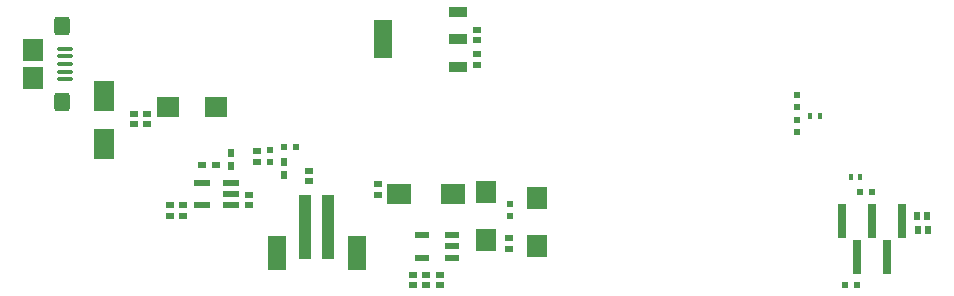
<source format=gbp>
G04*
G04 #@! TF.GenerationSoftware,Altium Limited,Altium Designer,25.3.3 (18)*
G04*
G04 Layer_Color=128*
%FSLAX44Y44*%
%MOMM*%
G71*
G04*
G04 #@! TF.SameCoordinates,03B7C616-348C-440E-9E9C-07167A9097DF*
G04*
G04*
G04 #@! TF.FilePolarity,Positive*
G04*
G01*
G75*
%ADD21R,1.2000X0.6000*%
%ADD23R,0.6000X0.7500*%
%ADD25R,0.6000X0.6400*%
%ADD27R,0.6000X0.5000*%
%ADD28R,0.7500X0.6000*%
%ADD29R,0.6400X0.6000*%
%ADD31R,0.4000X0.5000*%
%ADD70R,2.0000X1.8000*%
%ADD71R,1.6700X1.9700*%
%ADD72R,0.5000X0.6000*%
%ADD73R,0.6500X3.0000*%
%ADD74R,1.6500X3.2500*%
%ADD75R,1.6500X0.9500*%
%ADD76R,1.0000X5.5000*%
%ADD77R,1.6000X3.0000*%
%ADD78R,1.4000X0.6000*%
%ADD79R,1.9700X1.6700*%
%ADD80R,1.8000X1.9000*%
G04:AMPARAMS|DCode=81|XSize=1.6mm|YSize=1.4mm|CornerRadius=0.35mm|HoleSize=0mm|Usage=FLASHONLY|Rotation=90.000|XOffset=0mm|YOffset=0mm|HoleType=Round|Shape=RoundedRectangle|*
%AMROUNDEDRECTD81*
21,1,1.6000,0.7000,0,0,90.0*
21,1,0.9000,1.4000,0,0,90.0*
1,1,0.7000,0.3500,0.4500*
1,1,0.7000,0.3500,-0.4500*
1,1,0.7000,-0.3500,-0.4500*
1,1,0.7000,-0.3500,0.4500*
%
%ADD81ROUNDEDRECTD81*%
%ADD82O,1.3500X0.4000*%
%ADD83R,1.7000X2.5000*%
D21*
X-261820Y286360D02*
D03*
Y276860D02*
D03*
Y267360D02*
D03*
X-286820D02*
D03*
Y286360D02*
D03*
D23*
X-448310Y344770D02*
D03*
Y356270D02*
D03*
X-403860Y337150D02*
D03*
Y348650D02*
D03*
D25*
X140970Y302260D02*
D03*
X132170D02*
D03*
X141560Y290830D02*
D03*
X132760D02*
D03*
D27*
X-212090Y302340D02*
D03*
Y312340D02*
D03*
X30480Y383540D02*
D03*
Y373540D02*
D03*
Y394970D02*
D03*
Y404970D02*
D03*
X-415290Y348060D02*
D03*
Y358060D02*
D03*
D28*
X-473110Y345440D02*
D03*
X-461610D02*
D03*
D29*
X-294640Y243930D02*
D03*
Y252730D02*
D03*
X-283210Y243930D02*
D03*
Y252730D02*
D03*
X-271780Y243930D02*
D03*
Y252730D02*
D03*
X-213360Y275000D02*
D03*
Y283800D02*
D03*
X-240030Y460330D02*
D03*
Y451530D02*
D03*
Y439420D02*
D03*
Y430620D02*
D03*
X-323850Y329520D02*
D03*
Y320720D02*
D03*
X-500380Y302940D02*
D03*
Y311740D02*
D03*
X-433070Y320630D02*
D03*
Y311830D02*
D03*
X-488950Y302940D02*
D03*
Y311740D02*
D03*
X-382270Y340950D02*
D03*
Y332150D02*
D03*
X-426720Y357460D02*
D03*
Y348660D02*
D03*
X-530860Y389210D02*
D03*
Y380410D02*
D03*
X-519430D02*
D03*
Y389210D02*
D03*
D31*
X41720Y387350D02*
D03*
X49720D02*
D03*
X84200Y335280D02*
D03*
X76200D02*
D03*
D70*
X-306070Y321310D02*
D03*
X-261070D02*
D03*
D71*
X-189230Y317430D02*
D03*
Y276930D02*
D03*
X-232410Y282180D02*
D03*
Y322680D02*
D03*
D72*
X93900Y322580D02*
D03*
X83900D02*
D03*
X81200Y243840D02*
D03*
X71200D02*
D03*
X-403780Y360680D02*
D03*
X-393780D02*
D03*
D73*
X68580Y298210D02*
D03*
X81280Y268210D02*
D03*
X93980Y298210D02*
D03*
X106680Y268210D02*
D03*
X119380Y298210D02*
D03*
D74*
X-319790Y452120D02*
D03*
D75*
X-256790Y429120D02*
D03*
Y452120D02*
D03*
Y475120D02*
D03*
D76*
X-386080Y293370D02*
D03*
X-366080D02*
D03*
D77*
X-410080Y270870D02*
D03*
X-342080D02*
D03*
D78*
X-473510Y330810D02*
D03*
Y311810D02*
D03*
X-448510D02*
D03*
Y321310D02*
D03*
Y330810D02*
D03*
D79*
X-461080Y394970D02*
D03*
X-501580D02*
D03*
D80*
X-615950Y443230D02*
D03*
Y419230D02*
D03*
D81*
X-591450Y463230D02*
D03*
Y399230D02*
D03*
D82*
X-589200Y431230D02*
D03*
Y424730D02*
D03*
Y418230D02*
D03*
Y444230D02*
D03*
Y437730D02*
D03*
D83*
X-556260Y403860D02*
D03*
Y363860D02*
D03*
M02*

</source>
